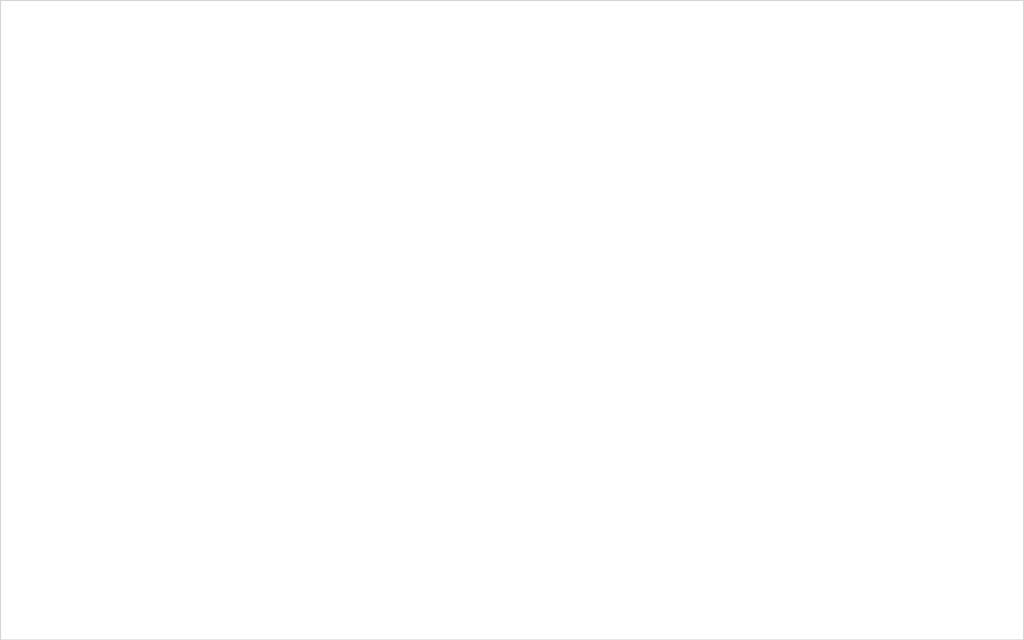
<source format=kicad_pcb>
(kicad_pcb (version 4) (host pcbnew 4.0.5+dfsg1-4)

  (general
    (links 0)
    (no_connects 0)
    (area 0 0 0 0)
    (thickness 1.6)
    (drawings 4)
    (tracks 0)
    (zones 0)
    (modules 0)
    (nets 1)
  )

  (page A4)
  (layers
    (0 F.Cu signal)
    (31 B.Cu signal)
    (32 B.Adhes user)
    (33 F.Adhes user)
    (34 B.Paste user)
    (35 F.Paste user)
    (36 B.SilkS user)
    (37 F.SilkS user)
    (38 B.Mask user)
    (39 F.Mask user)
    (40 Dwgs.User user)
    (41 Cmts.User user)
    (42 Eco1.User user)
    (43 Eco2.User user)
    (44 Edge.Cuts user)
    (45 Margin user)
    (46 B.CrtYd user)
    (47 F.CrtYd user)
    (48 B.Fab user)
    (49 F.Fab user)
  )

  (setup
    (last_trace_width 0.25)
    (trace_clearance 0.2)
    (zone_clearance 0.508)
    (zone_45_only no)
    (trace_min 0.2)
    (segment_width 0.2)
    (edge_width 0.15)
    (via_size 0.6)
    (via_drill 0.4)
    (via_min_size 0.4)
    (via_min_drill 0.3)
    (uvia_size 0.3)
    (uvia_drill 0.1)
    (uvias_allowed no)
    (uvia_min_size 0.2)
    (uvia_min_drill 0.1)
    (pcb_text_width 0.3)
    (pcb_text_size 1.5 1.5)
    (mod_edge_width 0.15)
    (mod_text_size 1 1)
    (mod_text_width 0.15)
    (pad_size 1.524 1.524)
    (pad_drill 0.762)
    (pad_to_mask_clearance 0.2)
    (aux_axis_origin 0 0)
    (visible_elements FFFFFF7F)
    (pcbplotparams
      (layerselection 0x00030_80000001)
      (usegerberextensions false)
      (excludeedgelayer true)
      (linewidth 0.100000)
      (plotframeref false)
      (viasonmask false)
      (mode 1)
      (useauxorigin false)
      (hpglpennumber 1)
      (hpglpenspeed 20)
      (hpglpendiameter 15)
      (hpglpenoverlay 2)
      (psnegative false)
      (psa4output false)
      (plotreference true)
      (plotvalue true)
      (plotinvisibletext false)
      (padsonsilk false)
      (subtractmaskfromsilk false)
      (outputformat 1)
      (mirror false)
      (drillshape 1)
      (scaleselection 1)
      (outputdirectory ""))
  )

  (net 0 "")

  (net_class Default "This is the default net class."
    (clearance 0.2)
    (trace_width 0.25)
    (via_dia 0.6)
    (via_drill 0.4)
    (uvia_dia 0.3)
    (uvia_drill 0.1)
  )

  (gr_line (start 0 0) (end 0 -100) (angle 90) (layer Edge.Cuts) (width 0.15))
  (gr_line (start 160 0) (end 0 0) (angle 90) (layer Edge.Cuts) (width 0.15))
  (gr_line (start 160 -100) (end 160 0) (angle 90) (layer Edge.Cuts) (width 0.15))
  (gr_line (start 0 -100) (end 160 -100) (angle 90) (layer Edge.Cuts) (width 0.15))

)

</source>
